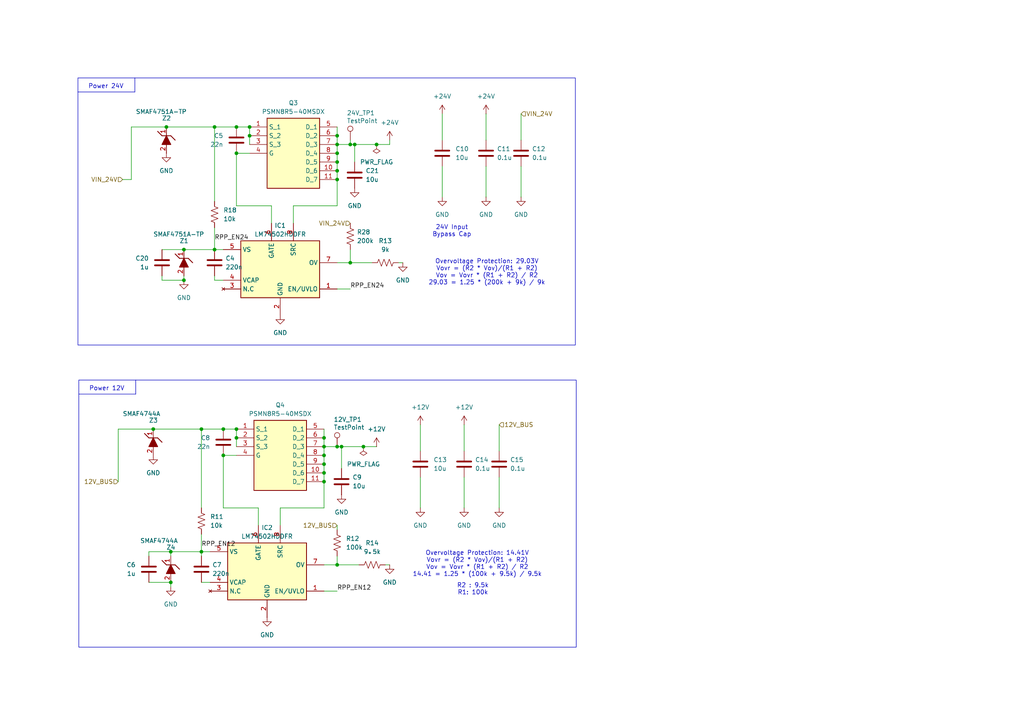
<source format=kicad_sch>
(kicad_sch (version 20250114) (generator "eeschema") (generator_version "9.0")
  (paper "A4")
  (lib_symbols
    (symbol "Connector:TestPoint" (pin_numbers (hide yes)) (pin_names (offset 0.762) (hide yes))
      (property "Reference" "TP" (at 0 6.858 0))
      (property "Value" "TestPoint" (at 0 5.08 0))
      (symbol "TestPoint_0_1"
        (circle (center 0 3.302) (radius 0.762))
      )
      (symbol "TestPoint_1_1"
        (pin passive line (at 0 0 90) (length 2.54) (name "1") (number "1"))
      )
    )
    (symbol "Device:C" (pin_numbers (hide yes)) (pin_names (offset 0.254))
      (property "Reference" "C" (at 0.635 2.54 0))
      (property "Value" "C" (at 0.635 -2.54 0))
      (symbol "C_0_1"
        (polyline (pts (xy -2.032 0.762) (xy 2.032 0.762)) (stroke (width 0.508)))
        (polyline (pts (xy -2.032 -0.762) (xy 2.032 -0.762)) (stroke (width 0.508)))
      )
      (symbol "C_1_1"
        (pin passive line (at 0 3.81 270) (length 2.794) (name "~") (number "1"))
        (pin passive line (at 0 -3.81 90) (length 2.794) (name "~") (number "2"))
      )
    )
    (symbol "Device:R_US" (pin_numbers (hide yes)) (pin_names (offset 0))
      (property "Reference" "R" (at 2.54 0 90))
      (property "Value" "R_US" (at -2.54 0 90))
      (symbol "R_US_0_1"
        (polyline (pts (xy 0 2.286) (xy 0 2.54)))
        (polyline (pts (xy 0 2.286) (xy 1.016 1.905) (xy 0 1.524) (xy -1.016 1.143) (xy 0 0.762)))
        (polyline (pts (xy 0 0.762) (xy 1.016 0.381) (xy 0 0) (xy -1.016 -0.381) (xy 0 -0.762)))
        (polyline (pts (xy 0 -0.762) (xy 1.016 -1.143) (xy 0 -1.524) (xy -1.016 -1.905) (xy 0 -2.286)))
        (polyline (pts (xy 0 -2.286) (xy 0 -2.54)))
      )
      (symbol "R_US_1_1"
        (pin passive line (at 0 3.81 270) (length 1.27) (name "~") (number "1"))
        (pin passive line (at 0 -3.81 90) (length 1.27) (name "~") (number "2"))
      )
    )
    (symbol "UTSVT_ICs:LM74502HDDFR"
      (property "Reference" "IC" (at 29.21 7.62 0))
      (property "Value" "LM74502HDDFR" (at 29.21 5.08 0))
      (symbol "LM74502HDDFR_1_1"
        (rectangle (start 5.08 2.54) (end 27.94 -13.97) (stroke (width 0.254)) (fill (type background)))
        (pin passive line (at 0 0 0) (length 5.08) (name "VS") (number "5"))
        (pin passive line (at 0 -8.89 0) (length 5.08) (name "VCAP") (number "4"))
        (pin no_connect line (at 0 -11.43 0) (length 5.08) (name "N.C") (number "3"))
        (pin passive line (at 13.97 7.62 270) (length 5.08) (name "GATE") (number "6"))
        (pin passive line (at 16.51 -19.05 90) (length 5.08) (name "GND") (number "2"))
        (pin passive line (at 20.32 7.62 270) (length 5.08) (name "SRC") (number "8"))
        (pin passive line (at 33.02 -3.81 180) (length 5.08) (name "OV") (number "7"))
        (pin passive line (at 33.02 -11.43 180) (length 5.08) (name "EN/UVLO") (number "1"))
      )
    )
    (symbol "UTSVT_Power:PSMN8R5-40MSDX"
      (property "Reference" "Q" (at 21.59 7.62 0))
      (property "Value" "PSMN8R5-40MSDX" (at 21.59 5.08 0))
      (symbol "PSMN8R5-40MSDX_1_1"
        (rectangle (start 5.08 2.54) (end 20.32 -17.78) (stroke (width 0.254)) (fill (type background)))
        (pin passive line (at 0 0 0) (length 5.08) (name "S_1") (number "1"))
        (pin passive line (at 0 -2.54 0) (length 5.08) (name "S_2") (number "2"))
        (pin passive line (at 0 -5.08 0) (length 5.08) (name "S_3") (number "3"))
        (pin passive line (at 0 -7.62 0) (length 5.08) (name "G") (number "4"))
        (pin passive line (at 25.4 0 180) (length 5.08) (name "D_1") (number "5"))
        (pin passive line (at 25.4 -2.54 180) (length 5.08) (name "D_2") (number "6"))
        (pin passive line (at 25.4 -5.08 180) (length 5.08) (name "D_3") (number "7"))
        (pin passive line (at 25.4 -7.62 180) (length 5.08) (name "D_4") (number "8"))
        (pin passive line (at 25.4 -10.16 180) (length 5.08) (name "D_5") (number "9"))
        (pin passive line (at 25.4 -12.7 180) (length 5.08) (name "D_6") (number "10"))
        (pin passive line (at 25.4 -15.24 180) (length 5.08) (name "D_7") (number "11"))
      )
    )
    (symbol "UTSVT_Power:SMAF4749A-TP" (pin_names (hide yes))
      (property "Reference" "Z" (at 10.16 8.89 0))
      (property "Value" "SMAF4749A-TP" (at 10.16 6.35 0))
      (symbol "SMAF4749A-TP_1_1"
        (polyline (pts (xy 3.81 -2.54) (xy 5.08 -1.27)) (stroke (width 0.254)))
        (polyline (pts (xy 5.08 1.27) (xy 5.08 -1.27)) (stroke (width 0.254)))
        (polyline (pts (xy 5.08 1.27) (xy 6.35 2.54)) (stroke (width 0.254)))
        (polyline (pts (xy 5.08 0) (xy 7.62 1.27) (xy 7.62 -1.27) (xy 5.08 0)) (stroke (width 0.254)) (fill (type outline)))
        (pin passive line (at 2.54 0 0) (length 2.54) (name "K") (number "1"))
        (pin passive line (at 10.16 0 180) (length 2.54) (name "A") (number "2"))
      )
    )
    (symbol "power:+12V" (power) (pin_numbers (hide yes)) (pin_names (offset 0) (hide yes))
      (property "Value" "+12V" (at 0 3.556 0))
      (symbol "+12V_0_1"
        (polyline (pts (xy -0.762 1.27) (xy 0 2.54)))
        (polyline (pts (xy 0 2.54) (xy 0.762 1.27)))
        (polyline (pts (xy 0 0) (xy 0 2.54)))
      )
      (symbol "+12V_1_1"
        (pin power_in line (at 0 0 90) (length 0) (name "~") (number "1"))
      )
    )
    (symbol "power:GND" (power) (pin_numbers (hide yes)) (pin_names (offset 0) (hide yes))
      (property "Value" "GND" (at 0 -3.81 0))
      (symbol "GND_0_1"
        (polyline (pts (xy 0 0) (xy 0 -1.27) (xy 1.27 -1.27) (xy 0 -2.54) (xy -1.27 -1.27) (xy 0 -1.27)))
      )
      (symbol "GND_1_1"
        (pin power_in line (at 0 0 270) (length 0) (name "~") (number "1"))
      )
    )
    (symbol "power:PWR_FLAG" (power) (pin_numbers (hide yes)) (pin_names (offset 0) (hide yes))
      (property "Value" "PWR_FLAG" (at 0 3.81 0))
      (symbol "PWR_FLAG_0_0"
        (pin power_out line (at 0 0 90) (length 0) (name "~") (number "1"))
      )
      (symbol "PWR_FLAG_0_1"
        (polyline (pts (xy 0 0) (xy 0 1.27) (xy -1.016 1.905) (xy 0 2.54) (xy 1.016 1.905) (xy 0 1.27)))
      )
    )
  )
  (rectangle (start 22.86 110.236) (end 167.132 187.706))
  (rectangle (start 22.606 22.606) (end 166.878 100.076))
  (text "R2 : 9.5k\nR1: 100k" (at 137.16 170.942 0) (effects (font (size 1.27 1.27))))
  (text "Overvoltage Protection: 29.03V\nVovr = (R2 * Vov)/(R1 + R2)\nVov = Vovr * (R1 + R2) / R2\n29.03 = 1.25 * (200k + 9k) / 9k" (at 141.224 78.994 0) (effects (font (size 1.27 1.27))))
  (text "Power 12V" (at 30.988 112.776 0) (effects (font (size 1.27 1.27))))
  (text "Power 24V" (at 30.734 25.146 0) (effects (font (size 1.27 1.27))))
  (text "24V Input\nBypass Cap" (at 131.064 67.056 0) (effects (font (size 1.27 1.27))))
  (text "Overvoltage Protection: 14.41V\nVovr = (R2 * Vov)/(R1 + R2)\nVov = Vovr * (R1 + R2) / R2\n14.41 = 1.25 * (100k + 9.5k) / 9.5k" (at 138.43 163.576 0) (effects (font (size 1.27 1.27))))
  (junction (at 93.98 134.62))
  (junction (at 53.34 72.39))
  (junction (at 68.58 124.46))
  (junction (at 99.06 129.54))
  (junction (at 97.79 41.91))
  (junction (at 93.98 139.7))
  (junction (at 101.6 76.2))
  (junction (at 102.87 41.91))
  (junction (at 97.79 163.83))
  (junction (at 64.77 132.08))
  (junction (at 97.79 129.54))
  (junction (at 58.42 160.02))
  (junction (at 97.79 46.99))
  (junction (at 109.22 41.91))
  (junction (at 105.41 129.54))
  (junction (at 68.58 127))
  (junction (at 93.98 137.16))
  (junction (at 62.23 72.39))
  (junction (at 68.58 44.45))
  (junction (at 97.79 44.45))
  (junction (at 93.98 129.54))
  (junction (at 97.79 39.37))
  (junction (at 53.34 81.28))
  (junction (at 64.77 124.46))
  (junction (at 44.45 124.46))
  (junction (at 97.79 52.07))
  (junction (at 62.23 36.83))
  (junction (at 101.6 41.91))
  (junction (at 68.58 36.83))
  (junction (at 93.98 132.08))
  (junction (at 49.53 168.91))
  (junction (at 72.39 39.37))
  (junction (at 97.79 49.53))
  (junction (at 72.39 36.83))
  (junction (at 49.53 160.02))
  (junction (at 58.42 124.46))
  (junction (at 48.26 36.83))
  (junction (at 93.98 127))
  (wire (pts (xy 144.78 123.19) (xy 144.78 130.81)))
  (wire (pts (xy 140.97 48.26) (xy 140.97 57.15)))
  (wire (pts (xy 93.98 129.54) (xy 97.79 129.54)))
  (wire (pts (xy 64.77 124.46) (xy 68.58 124.46)))
  (wire (pts (xy 93.98 139.7) (xy 93.98 147.32)))
  (wire (pts (xy 74.93 147.32) (xy 64.77 147.32)))
  (wire (pts (xy 62.23 36.83) (xy 68.58 36.83)))
  (wire (pts (xy 97.79 76.2) (xy 101.6 76.2)))
  (wire (pts (xy 93.98 124.46) (xy 93.98 127)))
  (wire (pts (xy 62.23 81.28) (xy 64.77 81.28)))
  (wire (pts (xy 101.6 72.39) (xy 101.6 76.2)))
  (wire (pts (xy 113.03 41.91) (xy 113.03 40.64)))
  (wire (pts (xy 93.98 137.16) (xy 93.98 139.7)))
  (wire (pts (xy 64.77 147.32) (xy 64.77 132.08)))
  (wire (pts (xy 97.79 52.07) (xy 97.79 59.69)))
  (wire (pts (xy 43.18 160.02) (xy 49.53 160.02)))
  (wire (pts (xy 58.42 147.32) (xy 58.42 124.46)))
  (wire (pts (xy 134.62 138.43) (xy 134.62 147.32)))
  (polyline (pts (xy 39.116 22.606) (xy 39.116 26.67)))
  (wire (pts (xy 140.97 33.02) (xy 140.97 40.64)))
  (wire (pts (xy 58.42 168.91) (xy 60.96 168.91)))
  (wire (pts (xy 85.09 64.77) (xy 85.09 59.69)))
  (wire (pts (xy 93.98 127) (xy 93.98 129.54)))
  (wire (pts (xy 46.99 72.39) (xy 53.34 72.39)))
  (wire (pts (xy 97.79 83.82) (xy 101.6 83.82)))
  (wire (pts (xy 44.45 124.46) (xy 58.42 124.46)))
  (wire (pts (xy 102.87 41.91) (xy 102.87 46.99)))
  (polyline (pts (xy 22.606 26.67) (xy 39.116 26.67)))
  (wire (pts (xy 97.79 49.53) (xy 97.79 52.07)))
  (wire (pts (xy 43.18 160.02) (xy 43.18 161.29)))
  (wire (pts (xy 109.22 41.91) (xy 113.03 41.91)))
  (wire (pts (xy 97.79 152.4) (xy 97.79 153.67)))
  (wire (pts (xy 85.09 59.69) (xy 97.79 59.69)))
  (wire (pts (xy 99.06 129.54) (xy 105.41 129.54)))
  (wire (pts (xy 151.13 48.26) (xy 151.13 57.15)))
  (wire (pts (xy 72.39 39.37) (xy 72.39 41.91)))
  (wire (pts (xy 97.79 36.83) (xy 97.79 39.37)))
  (polyline (pts (xy 22.86 114.3) (xy 39.37 114.3)))
  (wire (pts (xy 34.29 124.46) (xy 34.29 139.7)))
  (wire (pts (xy 97.79 41.91) (xy 101.6 41.91)))
  (wire (pts (xy 144.78 138.43) (xy 144.78 147.32)))
  (wire (pts (xy 115.57 76.2) (xy 116.84 76.2)))
  (wire (pts (xy 68.58 59.69) (xy 68.58 44.45)))
  (wire (pts (xy 46.99 81.28) (xy 53.34 81.28)))
  (wire (pts (xy 102.87 41.91) (xy 101.6 41.91)))
  (wire (pts (xy 53.34 80.01) (xy 53.34 81.28)))
  (wire (pts (xy 68.58 44.45) (xy 72.39 44.45)))
  (wire (pts (xy 93.98 132.08) (xy 93.98 134.62)))
  (wire (pts (xy 101.6 41.91) (xy 101.6 40.64)))
  (wire (pts (xy 62.23 58.42) (xy 62.23 36.83)))
  (wire (pts (xy 102.87 41.91) (xy 109.22 41.91)))
  (wire (pts (xy 134.62 123.19) (xy 134.62 130.81)))
  (wire (pts (xy 43.18 168.91) (xy 49.53 168.91)))
  (wire (pts (xy 62.23 80.01) (xy 62.23 81.28)))
  (wire (pts (xy 111.76 163.83) (xy 113.03 163.83)))
  (wire (pts (xy 81.28 152.4) (xy 81.28 147.32)))
  (wire (pts (xy 128.27 48.26) (xy 128.27 57.15)))
  (wire (pts (xy 72.39 36.83) (xy 72.39 39.37)))
  (wire (pts (xy 48.26 36.83) (xy 62.23 36.83)))
  (wire (pts (xy 64.77 132.08) (xy 68.58 132.08)))
  (wire (pts (xy 101.6 76.2) (xy 107.95 76.2)))
  (wire (pts (xy 53.34 72.39) (xy 62.23 72.39)))
  (wire (pts (xy 97.79 46.99) (xy 97.79 49.53)))
  (wire (pts (xy 74.93 152.4) (xy 74.93 147.32)))
  (wire (pts (xy 58.42 160.02) (xy 60.96 160.02)))
  (wire (pts (xy 121.92 138.43) (xy 121.92 147.32)))
  (wire (pts (xy 46.99 81.28) (xy 46.99 80.01)))
  (wire (pts (xy 62.23 66.04) (xy 62.23 72.39)))
  (wire (pts (xy 78.74 59.69) (xy 68.58 59.69)))
  (wire (pts (xy 62.23 72.39) (xy 64.77 72.39)))
  (wire (pts (xy 97.79 163.83) (xy 104.14 163.83)))
  (wire (pts (xy 49.53 160.02) (xy 49.53 161.29)))
  (wire (pts (xy 81.28 147.32) (xy 93.98 147.32)))
  (wire (pts (xy 93.98 171.45) (xy 97.79 171.45)))
  (wire (pts (xy 97.79 161.29) (xy 97.79 163.83)))
  (wire (pts (xy 34.29 124.46) (xy 44.45 124.46)))
  (wire (pts (xy 151.13 33.02) (xy 151.13 40.64)))
  (wire (pts (xy 35.56 52.07) (xy 38.1 52.07)))
  (wire (pts (xy 97.79 39.37) (xy 97.79 41.91)))
  (wire (pts (xy 93.98 134.62) (xy 93.98 137.16)))
  (wire (pts (xy 93.98 163.83) (xy 97.79 163.83)))
  (wire (pts (xy 93.98 129.54) (xy 93.98 132.08)))
  (wire (pts (xy 78.74 64.77) (xy 78.74 59.69)))
  (wire (pts (xy 49.53 160.02) (xy 58.42 160.02)))
  (wire (pts (xy 105.41 129.54) (xy 109.22 129.54)))
  (wire (pts (xy 68.58 127) (xy 68.58 129.54)))
  (wire (pts (xy 99.06 129.54) (xy 99.06 135.89)))
  (wire (pts (xy 58.42 154.94) (xy 58.42 160.02)))
  (wire (pts (xy 97.79 41.91) (xy 97.79 44.45)))
  (wire (pts (xy 97.79 44.45) (xy 97.79 46.99)))
  (wire (pts (xy 38.1 36.83) (xy 48.26 36.83)))
  (wire (pts (xy 121.92 123.19) (xy 121.92 130.81)))
  (wire (pts (xy 99.06 129.54) (xy 97.79 129.54)))
  (wire (pts (xy 68.58 36.83) (xy 72.39 36.83)))
  (wire (pts (xy 58.42 124.46) (xy 64.77 124.46)))
  (wire (pts (xy 38.1 36.83) (xy 38.1 52.07)))
  (wire (pts (xy 128.27 33.02) (xy 128.27 40.64)))
  (polyline (pts (xy 39.37 110.236) (xy 39.37 114.3)))
  (wire (pts (xy 49.53 168.91) (xy 49.53 170.18)))
  (wire (pts (xy 68.58 124.46) (xy 68.58 127)))
  (wire (pts (xy 58.42 160.02) (xy 58.42 161.29)))
  (label "RPP_EN12" (at 58.42 158.75 0))
  (label "RPP_EN12" (at 97.79 171.45 0))
  (label "RPP_EN24" (at 101.6 83.82 0))
  (label "RPP_EN24" (at 62.23 69.85 0))
  (hierarchical_label "12V_BUS" (shape input) (at 97.79 152.4 180))
  (hierarchical_label "VIN_24V" (shape input) (at 151.13 33.02 0))
  (hierarchical_label "12V_BUS" (shape input) (at 34.29 139.7 180))
  (hierarchical_label "VIN_24V" (shape input) (at 35.56 52.07 180))
  (hierarchical_label "VIN_24V" (shape input) (at 101.6 64.77 180))
  (hierarchical_label "12V_BUS" (shape input) (at 144.78 123.19 0))
  (symbol (lib_id "power:GND") (at 140.97 57.15 0) (unit 1)
    (property "Reference" "#PWR039" (effects (hide yes)))
    (property "Value" "GND" (at 140.97 62.23 0))
    (property "Description" "Power symbol creates a global label with name \"GND\" , ground" (effects (hide yes)))
  )
  (symbol (lib_id "Device:C") (at 128.27 44.45 0) (unit 1)
    (property "Reference" "C10" (at 132.08 43.1799 0) (effects (justify left)))
    (property "Value" "10u" (at 132.08 45.7199 0) (effects (justify left)))
    (property "Footprint" "Capacitor_SMD:C_0805_2012Metric" (effects (hide yes)))
    (property "Description" "Unpolarized capacitor" (effects (hide yes)))
  )
  (symbol (lib_id "power:PWR_FLAG") (at 105.41 129.54 180) (unit 1)
    (property "Reference" "#FLG01" (effects (hide yes)))
    (property "Value" "PWR_FLAG" (at 105.41 134.62 0))
    (property "Description" "Special symbol for telling ERC where power comes from" (effects (hide yes)))
  )
  (symbol (lib_id "power:+12V") (at 113.03 40.64 0) (unit 1)
    (property "Reference" "#PWR028" (effects (hide yes)))
    (property "Value" "+24V" (at 113.03 35.56 0))
    (property "Description" "Power symbol creates a global label with name \"+12V\"" (effects (hide yes)))
  )
  (symbol (lib_id "power:GND") (at 102.87 54.61 0) (unit 1)
    (property "Reference" "#PWR024" (effects (hide yes)))
    (property "Value" "GND" (at 102.87 59.69 0))
    (property "Description" "Power symbol creates a global label with name \"GND\" , ground" (effects (hide yes)))
  )
  (symbol (lib_id "Device:R_US") (at 62.23 62.23 0) (unit 1)
    (property "Reference" "R18" (at 64.77 60.9599 0) (effects (justify left)))
    (property "Value" "10k" (at 64.77 63.4999 0) (effects (justify left)))
    (property "Footprint" "Resistor_SMD:R_0603_1608Metric" (effects (hide yes)))
    (property "Description" "Resistor, US symbol" (effects (hide yes)))
  )
  (symbol (lib_id "Device:C") (at 121.92 134.62 0) (unit 1)
    (property "Reference" "C13" (at 125.73 133.3499 0) (effects (justify left)))
    (property "Value" "10u" (at 125.73 135.8899 0) (effects (justify left)))
    (property "Footprint" "Capacitor_SMD:C_0805_2012Metric" (effects (hide yes)))
    (property "Description" "Unpolarized capacitor" (effects (hide yes)))
  )
  (symbol (lib_id "Device:C") (at 99.06 139.7 0) (unit 1)
    (property "Reference" "C9" (at 102.235 138.4299 0) (effects (justify left)))
    (property "Value" "10u" (at 102.235 140.9699 0) (effects (justify left)))
    (property "Footprint" "Capacitor_SMD:C_0805_2012Metric" (effects (hide yes)))
    (property "Description" "Unpolarized capacitor" (effects (hide yes)))
  )
  (symbol (lib_id "Device:C") (at 43.18 165.1 0) (mirror x) (unit 1)
    (property "Reference" "C6" (at 39.37 163.8299 0) (effects (justify right)))
    (property "Value" "1u" (at 39.37 166.3699 0) (effects (justify right)))
    (property "Footprint" "Capacitor_SMD:C_0603_1608Metric" (effects (hide yes)))
    (property "Description" "Unpolarized capacitor" (effects (hide yes)))
  )
  (symbol (lib_id "power:+12V") (at 140.97 33.02 0) (unit 1)
    (property "Reference" "#PWR038" (effects (hide yes)))
    (property "Value" "+24V" (at 140.97 27.94 0))
    (property "Description" "Power symbol creates a global label with name \"+12V\"" (effects (hide yes)))
  )
  (symbol (lib_id "power:GND") (at 49.53 170.18 0) (unit 1)
    (property "Reference" "#PWR029" (effects (hide yes)))
    (property "Value" "GND" (at 49.53 175.26 0))
    (property "Description" "Power symbol creates a global label with name \"GND\" , ground" (effects (hide yes)))
  )
  (symbol (lib_id "Device:C") (at 58.42 165.1 0) (mirror y) (unit 1)
    (property "Reference" "C7" (at 61.595 163.8299 0) (effects (justify right)))
    (property "Value" "220n" (at 61.595 166.3699 0) (effects (justify right)))
    (property "Footprint" "Capacitor_SMD:C_0603_1608Metric" (effects (hide yes)))
    (property "Description" "Unpolarized capacitor" (effects (hide yes)))
  )
  (symbol (lib_id "Device:C") (at 144.78 134.62 0) (unit 1)
    (property "Reference" "C15" (at 147.955 133.3499 0) (effects (justify left)))
    (property "Value" "0.1u" (at 147.955 135.8899 0) (effects (justify left)))
    (property "Footprint" "Capacitor_SMD:C_0603_1608Metric" (effects (hide yes)))
    (property "Description" "Unpolarized capacitor" (effects (hide yes)))
  )
  (symbol (lib_id "power:GND") (at 121.92 147.32 0) (unit 1)
    (property "Reference" "#PWR046" (effects (hide yes)))
    (property "Value" "GND" (at 121.92 152.4 0))
    (property "Description" "Power symbol creates a global label with name \"GND\" , ground" (effects (hide yes)))
  )
  (symbol (lib_id "UTSVT_ICs:LM74502HDDFR") (at 64.77 72.39 0) (unit 1)
    (property "Reference" "IC1" (at 81.28 65.405 0))
    (property "Value" "LM74502HDDFR" (at 81.28 67.945 0))
    (property "Footprint" "UTSVT_Power:SOT65P280X110-8N" (effects (hide yes)))
    (property "Datasheet" "https://www.ti.com/lit/ds/symlink/lm74502h.pdf?HQS=dis-mous-null-mousermode-dsf-pf-null-wwe&ts=1659509238199&ref_url=https%253A%252F%252Fwww.mouser.vn%252F" (effects (hide yes)))
    (property "Description" "Hot Swap Voltage Controllers 3.2-V to 65-V industrial RPP controller with load disconnect, OVP, and high gate drive" (effects (hide yes)))
    (property "Height" "1.1" (effects (hide yes)))
    (property "Mouser Part Number" "595-LM74502HDDFR" (effects (hide yes)))
    (property "Mouser Price/Stock" "https://www.mouser.co.uk/ProductDetail/Texas-Instruments/LM74502HDDFR?qs=t7xnP681wgWDbfat8Yg%252B%2Fg%3D%3D" (effects (hide yes)))
    (property "Manufacturer_Name" "Texas Instruments" (effects (hide yes)))
    (property "Manufacturer_Part_Number" "LM74502HDDFR" (effects (hide yes)))
  )
  (symbol (lib_id "Connector:TestPoint") (at 97.79 129.54 0) (unit 1)
    (property "Reference" "12V_TP1" (at 96.774 121.666 0) (effects (justify left)))
    (property "Value" "TestPoint" (at 96.774 123.952 0) (effects (justify left)))
    (property "Footprint" "UTSVT_Special:TestPoint_HEX_3mmID" (effects (hide yes)))
    (property "Description" "test point" (effects (hide yes)))
  )
  (symbol (lib_id "UTSVT_Power:SMAF4749A-TP") (at 49.53 158.75 270) (unit 1)
    (property "Reference" "Z4" (at 48.26 158.75 90) (effects (justify left)))
    (property "Value" "SMAF4744A" (at 40.64 156.845 90) (effects (justify left)))
    (property "Footprint" "UTSVT_Passives:SODFL5026X125N" (effects (hide yes)))
    (property "Datasheet" "https://www.mccsemi.com/pdf/Products/SMAF4735A_SMAF4764A(DO-221AC).pdf" (effects (hide yes)))
    (property "Description" "1.0 Watt Zener Diodes 6.2V to 100V" (effects (hide yes)))
    (property "Height" "1.25" (effects (hide yes)))
    (property "Mouser Part Number" "833-SMAF4749A-TP" (effects (hide yes)))
    (property "Mouser Price/Stock" "https://www.mouser.co.uk/ProductDetail/Micro-Commercial-Components-MCC/SMAF4749A-TP?qs=%252BXxaIXUDbq1bdSZ3Ebik%2FA%3D%3D" (effects (hide yes)))
    (property "Manufacturer_Name" "MCC" (effects (hide yes)))
    (property "Manufacturer_Part_Number" "SMAF4749A-TP" (effects (hide yes)))
  )
  (symbol (lib_id "power:GND") (at 81.28 91.44 0) (unit 1)
    (property "Reference" "#PWR036" (effects (hide yes)))
    (property "Value" "GND" (at 81.28 96.52 0))
    (property "Description" "Power symbol creates a global label with name \"GND\" , ground" (effects (hide yes)))
  )
  (symbol (lib_id "Device:C") (at 140.97 44.45 0) (unit 1)
    (property "Reference" "C11" (at 144.145 43.1799 0) (effects (justify left)))
    (property "Value" "0.1u" (at 144.145 45.7199 0) (effects (justify left)))
    (property "Footprint" "Capacitor_SMD:C_0603_1608Metric" (effects (hide yes)))
    (property "Description" "Unpolarized capacitor" (effects (hide yes)))
  )
  (symbol (lib_id "UTSVT_Power:SMAF4749A-TP") (at 48.26 34.29 270) (unit 1)
    (property "Reference" "Z2" (at 46.99 34.29 90) (effects (justify left)))
    (property "Value" "SMAF4751A-TP" (at 39.37 32.385 90) (effects (justify left)))
    (property "Footprint" "UTSVT_Passives:SODFL5026X125N" (effects (hide yes)))
    (property "Datasheet" "https://www.mccsemi.com/pdf/Products/SMAF4735A_SMAF4764A(DO-221AC).pdf" (effects (hide yes)))
    (property "Description" "1.0 Watt Zener Diodes 6.2V to 100V" (effects (hide yes)))
    (property "Height" "1.25" (effects (hide yes)))
    (property "Mouser Part Number" "833-SMAF4749A-TP" (effects (hide yes)))
    (property "Mouser Price/Stock" "https://www.mouser.co.uk/ProductDetail/Micro-Commercial-Components-MCC/SMAF4749A-TP?qs=%252BXxaIXUDbq1bdSZ3Ebik%2FA%3D%3D" (effects (hide yes)))
    (property "Manufacturer_Name" "MCC" (effects (hide yes)))
    (property "Manufacturer_Part_Number" "SMAF4749A-TP" (effects (hide yes)))
  )
  (symbol (lib_id "UTSVT_Power:SMAF4749A-TP") (at 53.34 69.85 270) (unit 1)
    (property "Reference" "Z1" (at 52.07 69.85 90) (effects (justify left)))
    (property "Value" "SMAF4751A-TP" (at 44.45 67.945 90) (effects (justify left)))
    (property "Footprint" "UTSVT_Passives:SODFL5026X125N" (effects (hide yes)))
    (property "Datasheet" "https://www.mccsemi.com/pdf/Products/SMAF4735A_SMAF4764A(DO-221AC).pdf" (effects (hide yes)))
    (property "Description" "1.0 Watt Zener Diodes 6.2V to 100V" (effects (hide yes)))
    (property "Height" "1.25" (effects (hide yes)))
    (property "Mouser Part Number" "833-SMAF4749A-TP" (effects (hide yes)))
    (property "Mouser Price/Stock" "https://www.mouser.co.uk/ProductDetail/Micro-Commercial-Components-MCC/SMAF4749A-TP?qs=%252BXxaIXUDbq1bdSZ3Ebik%2FA%3D%3D" (effects (hide yes)))
    (property "Manufacturer_Name" "MCC" (effects (hide yes)))
    (property "Manufacturer_Part_Number" "SMAF4749A-TP" (effects (hide yes)))
  )
  (symbol (lib_id "power:+12V") (at 109.22 129.54 0) (unit 1)
    (property "Reference" "#PWR032" (effects (hide yes)))
    (property "Value" "+12V" (at 109.22 124.46 0))
    (property "Description" "Power symbol creates a global label with name \"+12V\"" (effects (hide yes)))
  )
  (symbol (lib_id "Device:C") (at 134.62 134.62 0) (unit 1)
    (property "Reference" "C14" (at 137.795 133.3499 0) (effects (justify left)))
    (property "Value" "0.1u" (at 137.795 135.8899 0) (effects (justify left)))
    (property "Footprint" "Capacitor_SMD:C_0603_1608Metric" (effects (hide yes)))
    (property "Description" "Unpolarized capacitor" (effects (hide yes)))
  )
  (symbol (lib_id "UTSVT_Power:PSMN8R5-40MSDX") (at 68.58 124.46 0) (unit 1)
    (property "Reference" "Q4" (at 81.28 117.475 0))
    (property "Value" "PSMN8R5-40MSDX" (at 81.28 120.015 0))
    (property "Footprint" "UTSVT_Power:PSMN8R5-40MSDX" (effects (hide yes)))
    (property "Datasheet" "https://assets.nexperia.com/documents/data-sheet/PSMN8R5-40MSD.pdf" (effects (hide yes)))
    (property "Description" "MOSFETs PSMN8R5-40MSD/SOT1210/mLFPAK" (effects (hide yes)))
    (property "Height" "1" (effects (hide yes)))
    (property "Mouser Part Number" "771-PSMN8R5-40MSDX" (effects (hide yes)))
    (property "Mouser Price/Stock" "https://www.mouser.co.uk/ProductDetail/Nexperia/PSMN8R5-40MSDX?qs=vHuUswq2%252BswjdnYdBdHaPw%3D%3D" (effects (hide yes)))
    (property "Manufacturer_Name" "Nexperia" (effects (hide yes)))
    (property "Manufacturer_Part_Number" "PSMN8R5-40MSDX" (effects (hide yes)))
  )
  (symbol (lib_id "power:+12V") (at 134.62 123.19 0) (unit 1)
    (property "Reference" "#PWR047" (effects (hide yes)))
    (property "Value" "+12V" (at 134.62 118.11 0))
    (property "Description" "Power symbol creates a global label with name \"+12V\"" (effects (hide yes)))
  )
  (symbol (lib_id "power:GND") (at 116.84 76.2 0) (unit 1)
    (property "Reference" "#PWR074" (effects (hide yes)))
    (property "Value" "GND" (at 116.84 81.28 0))
    (property "Description" "Power symbol creates a global label with name \"GND\" , ground" (effects (hide yes)))
  )
  (symbol (lib_id "power:+12V") (at 128.27 33.02 0) (unit 1)
    (property "Reference" "#PWR09" (effects (hide yes)))
    (property "Value" "+24V" (at 128.27 27.94 0))
    (property "Description" "Power symbol creates a global label with name \"+12V\"" (effects (hide yes)))
  )
  (symbol (lib_id "power:GND") (at 128.27 57.15 0) (unit 1)
    (property "Reference" "#PWR010" (effects (hide yes)))
    (property "Value" "GND" (at 128.27 62.23 0))
    (property "Description" "Power symbol creates a global label with name \"GND\" , ground" (effects (hide yes)))
  )
  (symbol (lib_id "Device:C") (at 151.13 44.45 0) (unit 1)
    (property "Reference" "C12" (at 154.305 43.1799 0) (effects (justify left)))
    (property "Value" "0.1u" (at 154.305 45.7199 0) (effects (justify left)))
    (property "Footprint" "Capacitor_SMD:C_0603_1608Metric" (effects (hide yes)))
    (property "Description" "Unpolarized capacitor" (effects (hide yes)))
  )
  (symbol (lib_id "Device:C") (at 102.87 50.8 0) (unit 1)
    (property "Reference" "C21" (at 106.045 49.5299 0) (effects (justify left)))
    (property "Value" "10u" (at 106.045 52.0699 0) (effects (justify left)))
    (property "Footprint" "Capacitor_SMD:C_0805_2012Metric" (effects (hide yes)))
    (property "Description" "Unpolarized capacitor" (effects (hide yes)))
  )
  (symbol (lib_id "Device:C") (at 68.58 40.64 0) (mirror x) (unit 1)
    (property "Reference" "C5" (at 64.77 39.3699 0) (effects (justify right)))
    (property "Value" "22n" (at 64.77 41.9099 0) (effects (justify right)))
    (property "Footprint" "Capacitor_SMD:C_0603_1608Metric" (effects (hide yes)))
    (property "Description" "Unpolarized capacitor" (effects (hide yes)))
  )
  (symbol (lib_id "power:GND") (at 151.13 57.15 0) (unit 1)
    (property "Reference" "#PWR040" (effects (hide yes)))
    (property "Value" "GND" (at 151.13 62.23 0))
    (property "Description" "Power symbol creates a global label with name \"GND\" , ground" (effects (hide yes)))
  )
  (symbol (lib_id "UTSVT_ICs:LM74502HDDFR") (at 60.96 160.02 0) (unit 1)
    (property "Reference" "IC2" (at 77.47 153.035 0))
    (property "Value" "LM74502HDDFR" (at 77.47 155.575 0))
    (property "Footprint" "UTSVT_Power:SOT65P280X110-8N" (effects (hide yes)))
    (property "Datasheet" "https://www.ti.com/lit/ds/symlink/lm74502h.pdf?HQS=dis-mous-null-mousermode-dsf-pf-null-wwe&ts=1659509238199&ref_url=https%253A%252F%252Fwww.mouser.vn%252F" (effects (hide yes)))
    (property "Description" "Hot Swap Voltage Controllers 3.2-V to 65-V industrial RPP controller with load disconnect, OVP, and high gate drive" (effects (hide yes)))
    (property "Height" "1.1" (effects (hide yes)))
    (property "Mouser Part Number" "595-LM74502HDDFR" (effects (hide yes)))
    (property "Mouser Price/Stock" "https://www.mouser.co.uk/ProductDetail/Texas-Instruments/LM74502HDDFR?qs=t7xnP681wgWDbfat8Yg%252B%2Fg%3D%3D" (effects (hide yes)))
    (property "Manufacturer_Name" "Texas Instruments" (effects (hide yes)))
    (property "Manufacturer_Part_Number" "LM74502HDDFR" (effects (hide yes)))
  )
  (symbol (lib_id "Connector:TestPoint") (at 101.6 40.64 0) (unit 1)
    (property "Reference" "24V_TP1" (at 100.584 32.766 0) (effects (justify left)))
    (property "Value" "TestPoint" (at 100.584 35.052 0) (effects (justify left)))
    (property "Footprint" "UTSVT_Special:TestPoint_HEX_3mmID" (effects (hide yes)))
    (property "Description" "test point" (effects (hide yes)))
  )
  (symbol (lib_id "power:GND") (at 134.62 147.32 0) (unit 1)
    (property "Reference" "#PWR048" (effects (hide yes)))
    (property "Value" "GND" (at 134.62 152.4 0))
    (property "Description" "Power symbol creates a global label with name \"GND\" , ground" (effects (hide yes)))
  )
  (symbol (lib_id "Device:C") (at 64.77 128.27 0) (mirror x) (unit 1)
    (property "Reference" "C8" (at 60.96 126.9999 0) (effects (justify right)))
    (property "Value" "22n" (at 60.96 129.5399 0) (effects (justify right)))
    (property "Footprint" "Capacitor_SMD:C_0603_1608Metric" (effects (hide yes)))
    (property "Description" "Unpolarized capacitor" (effects (hide yes)))
  )
  (symbol (lib_id "Device:R_US") (at 111.76 76.2 90) (unit 1)
    (property "Reference" "R13" (at 111.76 69.85 90))
    (property "Value" "9k" (at 111.76 72.39 90))
    (property "Footprint" "Resistor_SMD:R_0603_1608Metric" (effects (hide yes)))
    (property "Description" "Resistor, US symbol" (effects (hide yes)))
  )
  (symbol (lib_id "Device:C") (at 62.23 76.2 0) (mirror y) (unit 1)
    (property "Reference" "C4" (at 65.405 74.9299 0) (effects (justify right)))
    (property "Value" "220n" (at 65.405 77.4699 0) (effects (justify right)))
    (property "Footprint" "Capacitor_SMD:C_0603_1608Metric" (effects (hide yes)))
    (property "Description" "Unpolarized capacitor" (effects (hide yes)))
  )
  (symbol (lib_id "Device:C") (at 46.99 76.2 0) (mirror x) (unit 1)
    (property "Reference" "C20" (at 43.18 74.9299 0) (effects (justify right)))
    (property "Value" "1u" (at 43.18 77.4699 0) (effects (justify right)))
    (property "Footprint" "Capacitor_SMD:C_0603_1608Metric" (effects (hide yes)))
    (property "Description" "Unpolarized capacitor" (effects (hide yes)))
  )
  (symbol (lib_id "power:GND") (at 113.03 163.83 0) (unit 1)
    (property "Reference" "#PWR033" (effects (hide yes)))
    (property "Value" "GND" (at 113.03 168.91 0))
    (property "Description" "Power symbol creates a global label with name \"GND\" , ground" (effects (hide yes)))
  )
  (symbol (lib_id "Device:R_US") (at 58.42 151.13 0) (unit 1)
    (property "Reference" "R11" (at 60.96 149.8599 0) (effects (justify left)))
    (property "Value" "10k" (at 60.96 152.3999 0) (effects (justify left)))
    (property "Footprint" "Resistor_SMD:R_0603_1608Metric" (effects (hide yes)))
    (property "Description" "Resistor, US symbol" (effects (hide yes)))
  )
  (symbol (lib_id "power:PWR_FLAG") (at 109.22 41.91 180) (unit 1)
    (property "Reference" "#FLG04" (effects (hide yes)))
    (property "Value" "PWR_FLAG" (at 109.22 46.99 0))
    (property "Description" "Special symbol for telling ERC where power comes from" (effects (hide yes)))
  )
  (symbol (lib_id "UTSVT_Power:PSMN8R5-40MSDX") (at 72.39 36.83 0) (unit 1)
    (property "Reference" "Q3" (at 85.09 29.845 0))
    (property "Value" "PSMN8R5-40MSDX" (at 85.09 32.385 0))
    (property "Footprint" "UTSVT_Power:PSMN8R5-40MSDX" (effects (hide yes)))
    (property "Datasheet" "https://assets.nexperia.com/documents/data-sheet/PSMN8R5-40MSD.pdf" (effects (hide yes)))
    (property "Description" "MOSFETs PSMN8R5-40MSD/SOT1210/mLFPAK" (effects (hide yes)))
    (property "Height" "1" (effects (hide yes)))
    (property "Mouser Part Number" "771-PSMN8R5-40MSDX" (effects (hide yes)))
    (property "Mouser Price/Stock" "https://www.mouser.co.uk/ProductDetail/Nexperia/PSMN8R5-40MSDX?qs=vHuUswq2%252BswjdnYdBdHaPw%3D%3D" (effects (hide yes)))
    (property "Manufacturer_Name" "Nexperia" (effects (hide yes)))
    (property "Manufacturer_Part_Number" "PSMN8R5-40MSDX" (effects (hide yes)))
  )
  (symbol (lib_id "UTSVT_Power:SMAF4749A-TP") (at 44.45 121.92 270) (unit 1)
    (property "Reference" "Z3" (at 43.18 121.92 90) (effects (justify left)))
    (property "Value" "SMAF4744A" (at 35.56 120.015 90) (effects (justify left)))
    (property "Footprint" "UTSVT_Passives:SODFL5026X125N" (effects (hide yes)))
    (property "Datasheet" "https://www.mccsemi.com/pdf/Products/SMAF4735A_SMAF4764A(DO-221AC).pdf" (effects (hide yes)))
    (property "Description" "1.0 Watt Zener Diodes 6.2V to 100V" (effects (hide yes)))
    (property "Height" "1.25" (effects (hide yes)))
    (property "Mouser Part Number" "833-SMAF4749A-TP" (effects (hide yes)))
    (property "Mouser Price/Stock" "https://www.mouser.co.uk/ProductDetail/Micro-Commercial-Components-MCC/SMAF4749A-TP?qs=%252BXxaIXUDbq1bdSZ3Ebik%2FA%3D%3D" (effects (hide yes)))
    (property "Manufacturer_Name" "MCC" (effects (hide yes)))
    (property "Manufacturer_Part_Number" "SMAF4749A-TP" (effects (hide yes)))
  )
  (symbol (lib_id "power:+12V") (at 121.92 123.19 0) (unit 1)
    (property "Reference" "#PWR045" (effects (hide yes)))
    (property "Value" "+12V" (at 121.92 118.11 0))
    (property "Description" "Power symbol creates a global label with name \"+12V\"" (effects (hide yes)))
  )
  (symbol (lib_id "Device:R_US") (at 101.6 68.58 0) (unit 1)
    (property "Reference" "R28" (at 103.505 67.3099 0) (effects (justify left)))
    (property "Value" "200k" (at 103.505 69.8499 0) (effects (justify left)))
    (property "Footprint" "Resistor_SMD:R_0603_1608Metric" (effects (hide yes)))
    (property "Description" "Resistor, US symbol" (effects (hide yes)))
  )
  (symbol (lib_id "Device:R_US") (at 97.79 157.48 0) (unit 1)
    (property "Reference" "R12" (at 100.33 156.2099 0) (effects (justify left)))
    (property "Value" "100k" (at 100.33 158.7499 0) (effects (justify left)))
    (property "Footprint" "Resistor_SMD:R_0603_1608Metric" (effects (hide yes)))
    (property "Description" "Resistor, US symbol" (effects (hide yes)))
  )
  (symbol (lib_id "power:GND") (at 77.47 179.07 0) (unit 1)
    (property "Reference" "#PWR030" (effects (hide yes)))
    (property "Value" "GND" (at 77.47 184.15 0))
    (property "Description" "Power symbol creates a global label with name \"GND\" , ground" (effects (hide yes)))
  )
  (symbol (lib_id "power:GND") (at 99.06 143.51 0) (unit 1)
    (property "Reference" "#PWR031" (effects (hide yes)))
    (property "Value" "GND" (at 99.06 148.59 0))
    (property "Description" "Power symbol creates a global label with name \"GND\" , ground" (effects (hide yes)))
  )
  (symbol (lib_id "power:GND") (at 44.45 132.08 0) (unit 1)
    (property "Reference" "#PWR017" (effects (hide yes)))
    (property "Value" "GND" (at 44.45 137.16 0))
    (property "Description" "Power symbol creates a global label with name \"GND\" , ground" (effects (hide yes)))
  )
  (symbol (lib_id "power:GND") (at 48.26 44.45 0) (unit 1)
    (property "Reference" "#PWR076" (effects (hide yes)))
    (property "Value" "GND" (at 48.26 49.53 0))
    (property "Description" "Power symbol creates a global label with name \"GND\" , ground" (effects (hide yes)))
  )
  (symbol (lib_id "power:GND") (at 144.78 147.32 0) (unit 1)
    (property "Reference" "#PWR049" (effects (hide yes)))
    (property "Value" "GND" (at 144.78 152.4 0))
    (property "Description" "Power symbol creates a global label with name \"GND\" , ground" (effects (hide yes)))
  )
  (symbol (lib_id "power:GND") (at 53.34 81.28 0) (unit 1)
    (property "Reference" "#PWR042" (effects (hide yes)))
    (property "Value" "GND" (at 53.34 86.36 0))
    (property "Description" "Power symbol creates a global label with name \"GND\" , ground" (effects (hide yes)))
  )
  (symbol (lib_id "Device:R_US") (at 107.95 163.83 90) (unit 1)
    (property "Reference" "R14" (at 107.95 157.48 90))
    (property "Value" "9。5k" (at 107.95 160.02 90))
    (property "Footprint" "Resistor_SMD:R_0603_1608Metric" (effects (hide yes)))
    (property "Description" "Resistor, US symbol" (effects (hide yes)))
  )
)
</source>
